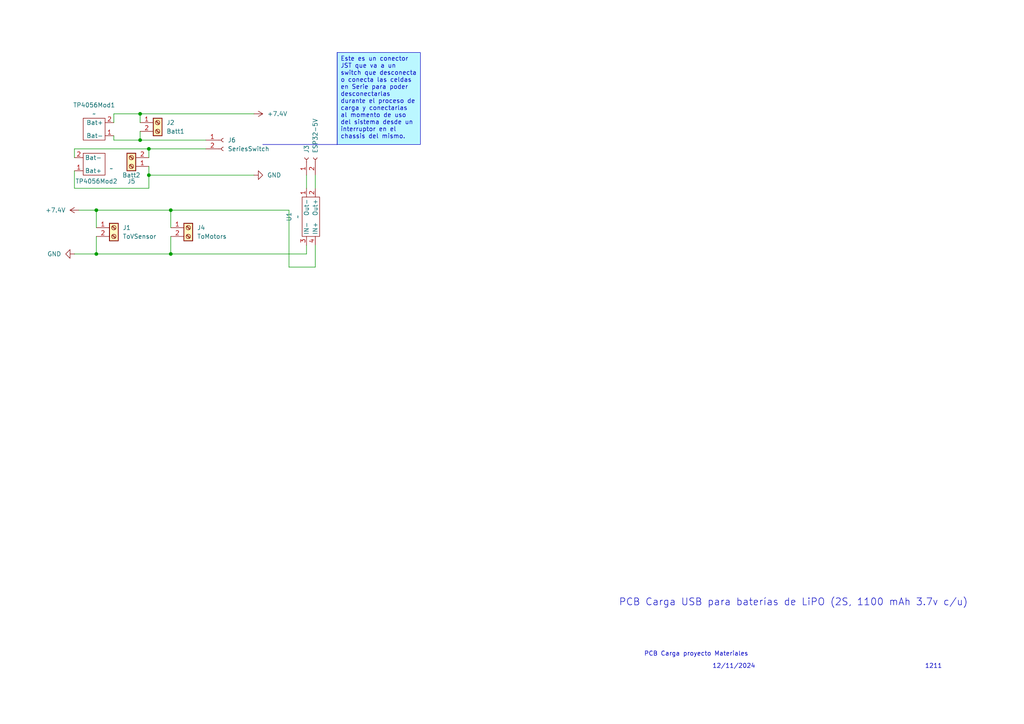
<source format=kicad_sch>
(kicad_sch (version 20231120) (generator "eeschema") (generator_version "8.0")
  (paper "A4")
  (lib_symbols
    (symbol "Connector:Conn_01x02_Socket" (pin_names (offset 1.016) hide)
      (property "Reference" "J" (at 0 2.54 0))
      (property "Value" "Conn_01x02_Socket" (at 0 -5.08 0))
      (symbol "Conn_01x02_Socket_1_1"
        (arc (start 0 -2.032) (mid -0.5058 -2.54) (end 0 -3.048) (stroke (width 0.1524)))
        (polyline (pts (xy -1.27 -2.54) (xy -0.508 -2.54)) (stroke (width 0.1524)))
        (polyline (pts (xy -1.27 0) (xy -0.508 0)) (stroke (width 0.1524)))
        (arc (start 0 0.508) (mid -0.5058 0) (end 0 -0.508) (stroke (width 0.1524)))
        (pin passive line (at -5.08 0 0) (length 3.81) (name "Pin_1") (number "1"))
        (pin passive line (at -5.08 -2.54 0) (length 3.81) (name "Pin_2") (number "2"))
      )
    )
    (symbol "Connector:Screw_Terminal_01x02" (pin_names (offset 1.016) hide)
      (property "Reference" "J" (at 0 2.54 0))
      (property "Value" "Screw_Terminal_01x02" (at 0 -5.08 0))
      (symbol "Screw_Terminal_01x02_1_1"
        (rectangle (start -1.27 1.27) (end 1.27 -3.81) (stroke (width 0.254)) (fill (type background)))
        (circle (center 0 -2.54) (radius 0.635) (stroke (width 0.1524)))
        (polyline (pts (xy -0.5334 -2.2098) (xy 0.3302 -3.048)) (stroke (width 0.1524)))
        (polyline (pts (xy -0.5334 0.3302) (xy 0.3302 -0.508)) (stroke (width 0.1524)))
        (polyline (pts (xy -0.3556 -2.032) (xy 0.508 -2.8702)) (stroke (width 0.1524)))
        (polyline (pts (xy -0.3556 0.508) (xy 0.508 -0.3302)) (stroke (width 0.1524)))
        (circle (center 0 0) (radius 0.635) (stroke (width 0.1524)))
        (pin passive line (at -5.08 0 0) (length 3.81) (name "Pin_1") (number "1"))
        (pin passive line (at -5.08 -2.54 0) (length 3.81) (name "Pin_2") (number "2"))
      )
    )
    (symbol "TP4056-USBC-Module_1"
      (property "Reference" "TP4056Mod1" (at -1.905 5.08 0))
      (property "Value" "~" (at -1.905 2.54 0))
      (symbol "TP4056-USBC-Module_1_0_1"
        (rectangle (start -5.08 1.27) (end 1.27 -5.08))
      )
      (symbol "TP4056-USBC-Module_1_1_1"
        (pin input line (at 3.81 -3.81 180) (length 2.54) (name "Bat-") (number "1"))
        (pin input line (at 3.81 0 180) (length 2.54) (name "Bat+") (number "2"))
      )
    )
    (symbol "USBC-Charger:TP4056-USBC-Module"
      (property "Reference" "TP4056Mod" (at -1.524 2.286 0))
      (symbol "TP4056-USBC-Module_0_1"
        (rectangle (start -5.08 1.27) (end 1.27 -5.08))
      )
      (symbol "TP4056-USBC-Module_1_1"
        (pin input line (at 3.81 0 180) (length 2.54) (name "Bat+") (number "1"))
        (pin input line (at 3.81 -3.81 180) (length 2.54) (name "Bat-") (number "2"))
      )
    )
    (symbol "USBC-Charger:ZX-MINI-360"
      (property "Reference" "U" (at 0 4.064 0))
      (symbol "ZX-MINI-360_0_1"
        (rectangle (start -6.35 2.54) (end 5.08 -2.54))
      )
      (symbol "ZX-MINI-360_1_1"
        (pin input line (at 7.62 1.27 180) (length 2.54) (name "Out-") (number "1"))
        (pin input line (at 7.62 -1.27 180) (length 2.54) (name "Out+") (number "2"))
        (pin input line (at -8.89 1.27 0) (length 2.54) (name "IN-") (number "3"))
        (pin input line (at -8.89 -1.27 0) (length 2.54) (name "IN+") (number "4"))
      )
    )
    (symbol "power:+7.5V" (power) (pin_numbers hide) (pin_names (offset 0) hide)
      (property "Value" "+7.5V" (at 0 3.556 0))
      (symbol "+7.5V_0_1"
        (polyline (pts (xy -0.762 1.27) (xy 0 2.54)))
        (polyline (pts (xy 0 0) (xy 0 2.54)))
        (polyline (pts (xy 0 2.54) (xy 0.762 1.27)))
      )
      (symbol "+7.5V_1_1"
        (pin power_in line (at 0 0 90) (length 0) (name "~") (number "1"))
      )
    )
    (symbol "power:GND" (power) (pin_numbers hide) (pin_names (offset 0) hide)
      (property "Value" "GND" (at 0 -3.81 0))
      (symbol "GND_0_1"
        (polyline (pts (xy 0 0) (xy 0 -1.27) (xy 1.27 -1.27) (xy 0 -2.54) (xy -1.27 -1.27) (xy 0 -1.27)))
      )
      (symbol "GND_1_1"
        (pin power_in line (at 0 0 270) (length 0) (name "~") (number "1"))
      )
    )
  )
  (junction (at 27.94 73.66))
  (junction (at 43.18 50.8))
  (junction (at 40.64 33.02))
  (junction (at 49.53 73.66))
  (junction (at 40.64 40.64))
  (junction (at 27.94 60.96))
  (junction (at 49.53 60.96))
  (junction (at 43.18 43.18))
  (wire (pts (xy 27.94 60.96) (xy 49.53 60.96)))
  (wire (pts (xy 21.59 54.61) (xy 43.18 54.61)))
  (polyline (pts (xy 97.79 15.24) (xy 97.79 41.91)))
  (wire (pts (xy 33.02 33.02) (xy 33.02 35.56)))
  (wire (pts (xy 21.59 49.53) (xy 21.59 54.61)))
  (wire (pts (xy 49.53 73.66) (xy 88.9 73.66)))
  (wire (pts (xy 43.18 54.61) (xy 43.18 50.8)))
  (wire (pts (xy 27.94 73.66) (xy 49.53 73.66)))
  (wire (pts (xy 43.18 48.26) (xy 43.18 50.8)))
  (wire (pts (xy 27.94 60.96) (xy 27.94 66.04)))
  (wire (pts (xy 27.94 68.58) (xy 27.94 73.66)))
  (wire (pts (xy 40.64 33.02) (xy 40.64 35.56)))
  (wire (pts (xy 21.59 45.72) (xy 21.59 43.18)))
  (wire (pts (xy 49.53 73.66) (xy 49.53 68.58)))
  (wire (pts (xy 88.9 54.61) (xy 88.9 50.8)))
  (wire (pts (xy 33.02 40.64) (xy 40.64 40.64)))
  (wire (pts (xy 40.64 33.02) (xy 73.66 33.02)))
  (wire (pts (xy 40.64 40.64) (xy 59.69 40.64)))
  (wire (pts (xy 22.86 60.96) (xy 27.94 60.96)))
  (wire (pts (xy 83.82 77.47) (xy 91.44 77.47)))
  (wire (pts (xy 43.18 50.8) (xy 73.66 50.8)))
  (wire (pts (xy 43.18 43.18) (xy 43.18 45.72)))
  (wire (pts (xy 33.02 40.64) (xy 33.02 39.37)))
  (wire (pts (xy 49.53 60.96) (xy 49.53 66.04)))
  (wire (pts (xy 49.53 60.96) (xy 83.82 60.96)))
  (wire (pts (xy 91.44 54.61) (xy 91.44 50.8)))
  (wire (pts (xy 33.02 33.02) (xy 40.64 33.02)))
  (wire (pts (xy 21.59 73.66) (xy 27.94 73.66)))
  (polyline (pts (xy 76.2 41.91) (xy 97.79 41.91)))
  (wire (pts (xy 40.64 38.1) (xy 40.64 40.64)))
  (wire (pts (xy 43.18 43.18) (xy 59.69 43.18)))
  (wire (pts (xy 21.59 43.18) (xy 43.18 43.18)))
  (wire (pts (xy 88.9 73.66) (xy 88.9 71.12)))
  (wire (pts (xy 91.44 77.47) (xy 91.44 71.12)))
  (wire (pts (xy 83.82 60.96) (xy 83.82 77.47)))
  (text_box "Este es un conector JST que va a un switch que desconecta o conecta las celdas en Serie para poder desconectarlas durante el proceso de carga y conectarlas al momento de uso del sistema desde un interruptor en el chassis del mismo." (at 97.79 15.24 0) (size 24.13 26.67) (fill (type color) (color 187 247 255 1)) (effects (font (size 1.27 1.27)) (justify left top)))
  (text "12/11/2024" (at 212.852 193.294 0) (effects (font (size 1.27 1.27))))
  (text "PCB Carga USB para baterías de LiPO (2S, 1100 mAh 3.7v c/u)" (at 230.124 174.752 0) (effects (font (size 2.032 2.032))))
  (text "PCB Carga proyecto Materiales" (at 201.93 189.738 0) (effects (font (size 1.27 1.27))))
  (text "1211" (at 270.764 193.294 0) (effects (font (size 1.27 1.27))))
  (symbol (lib_id "USBC-Charger:TP4056-USBC-Module") (at 25.4 49.53 180) (unit 1)
    (property "Reference" "TP4056Mod2" (at 21.844 52.578 0) (effects (justify right)))
    (property "Value" "~" (at 31.75 48.895 0) (effects (justify right)))
    (property "Footprint" "USBC-Charger:USBC-LiPo-ChargingModule" (effects (hide yes)))
  )
  (symbol (lib_id "USBC-Charger:ZX-MINI-360") (at 90.17 62.23 90) (unit 1)
    (property "Reference" "U1" (at 83.82 62.865 0))
    (property "Value" "~" (at 86.36 62.865 0))
    (property "Footprint" "USBC-Charger:ZX-Mini-360" (effects (hide yes)))
  )
  (symbol (lib_name "TP4056-USBC-Module_1") (lib_id "USBC-Charger:TP4056-USBC-Module") (at 29.21 35.56 0) (unit 1)
    (property "Reference" "TP4056Mod1" (at 27.305 30.48 0))
    (property "Value" "~" (at 27.305 33.02 0))
    (property "Footprint" "USBC-Charger:USBC-LiPo-ChargingModule" (effects (hide yes)))
  )
  (symbol (lib_id "power:+7.5V") (at 22.86 60.96 90) (unit 1)
    (property "Reference" "#PWR03" (effects (hide yes)))
    (property "Value" "+7.4V" (at 19.05 60.9599 90) (effects (justify left)))
    (property "Description" "Power symbol creates a global label with name \"+7.5V\"" (effects (hide yes)))
  )
  (symbol (lib_id "Connector:Screw_Terminal_01x02") (at 54.61 66.04 0) (unit 1)
    (property "Reference" "J4" (at 57.15 66.0399 0) (effects (justify left)))
    (property "Value" "ToMotors" (at 57.15 68.5799 0) (effects (justify left)))
    (property "Footprint" "TerminalBlock:TerminalBlock_Xinya_XY308-2.54-2P_1x02_P2.54mm_Horizontal" (effects (hide yes)))
    (property "Description" "Generic screw terminal, single row, 01x02, script generated (kicad-library-utils/schlib/autogen/connector/)" (effects (hide yes)))
  )
  (symbol (lib_id "Connector:Conn_01x02_Socket") (at 88.9 45.72 90) (unit 1)
    (property "Reference" "J3" (at 88.8999 44.45 0) (effects (justify left)))
    (property "Value" "ESP32-5V" (at 91.4399 44.45 0) (effects (justify left)))
    (property "Footprint" "Connector_JST:JST_EH_B2B-EH-A_1x02_P2.50mm_Vertical" (effects (hide yes)))
    (property "Description" "Generic connector, single row, 01x02, script generated" (effects (hide yes)))
  )
  (symbol (lib_id "Connector:Screw_Terminal_01x02") (at 33.02 66.04 0) (unit 1)
    (property "Reference" "J1" (at 35.56 66.0399 0) (effects (justify left)))
    (property "Value" "ToVSensor" (at 35.56 68.5799 0) (effects (justify left)))
    (property "Footprint" "TerminalBlock:TerminalBlock_Xinya_XY308-2.54-2P_1x02_P2.54mm_Horizontal" (effects (hide yes)))
    (property "Description" "Generic screw terminal, single row, 01x02, script generated (kicad-library-utils/schlib/autogen/connector/)" (effects (hide yes)))
  )
  (symbol (lib_id "Connector:Screw_Terminal_01x02") (at 38.1 48.26 180) (unit 1)
    (property "Reference" "J5" (at 38.1 52.578 0))
    (property "Value" "Batt2" (at 38.1 50.8 0))
    (property "Footprint" "TerminalBlock:TerminalBlock_Xinya_XY308-2.54-2P_1x02_P2.54mm_Horizontal" (effects (hide yes)))
    (property "Description" "Generic screw terminal, single row, 01x02, script generated (kicad-library-utils/schlib/autogen/connector/)" (effects (hide yes)))
  )
  (symbol (lib_id "Connector:Conn_01x02_Socket") (at 64.77 40.64 0) (unit 1)
    (property "Reference" "J6" (at 66.04 40.6399 0) (effects (justify left)))
    (property "Value" "SeriesSwitch" (at 66.04 43.1799 0) (effects (justify left)))
    (property "Footprint" "Connector_JST:JST_EH_B2B-EH-A_1x02_P2.50mm_Vertical" (effects (hide yes)))
    (property "Description" "Generic connector, single row, 01x02, script generated" (effects (hide yes)))
  )
  (symbol (lib_id "power:GND") (at 73.66 50.8 90) (unit 1)
    (property "Reference" "#PWR01" (effects (hide yes)))
    (property "Value" "GND" (at 77.47 50.7999 90) (effects (justify right)))
    (property "Description" "Power symbol creates a global label with name \"GND\" , ground" (effects (hide yes)))
  )
  (symbol (lib_id "power:+7.5V") (at 73.66 33.02 270) (unit 1)
    (property "Reference" "#PWR02" (effects (hide yes)))
    (property "Value" "+7.4V" (at 77.47 33.0199 90) (effects (justify left)))
    (property "Description" "Power symbol creates a global label with name \"+7.5V\"" (effects (hide yes)))
  )
  (symbol (lib_id "Connector:Screw_Terminal_01x02") (at 45.72 35.56 0) (unit 1)
    (property "Reference" "J2" (at 48.26 35.5599 0) (effects (justify left)))
    (property "Value" "Batt1" (at 48.26 38.0999 0) (effects (justify left)))
    (property "Footprint" "TerminalBlock:TerminalBlock_Xinya_XY308-2.54-2P_1x02_P2.54mm_Horizontal" (effects (hide yes)))
    (property "Description" "Generic screw terminal, single row, 01x02, script generated (kicad-library-utils/schlib/autogen/connector/)" (effects (hide yes)))
  )
  (symbol (lib_id "power:GND") (at 21.59 73.66 270) (unit 1)
    (property "Reference" "#PWR04" (effects (hide yes)))
    (property "Value" "GND" (at 17.78 73.6599 90) (effects (justify right)))
    (property "Description" "Power symbol creates a global label with name \"GND\" , ground" (effects (hide yes)))
  )
)
</source>
